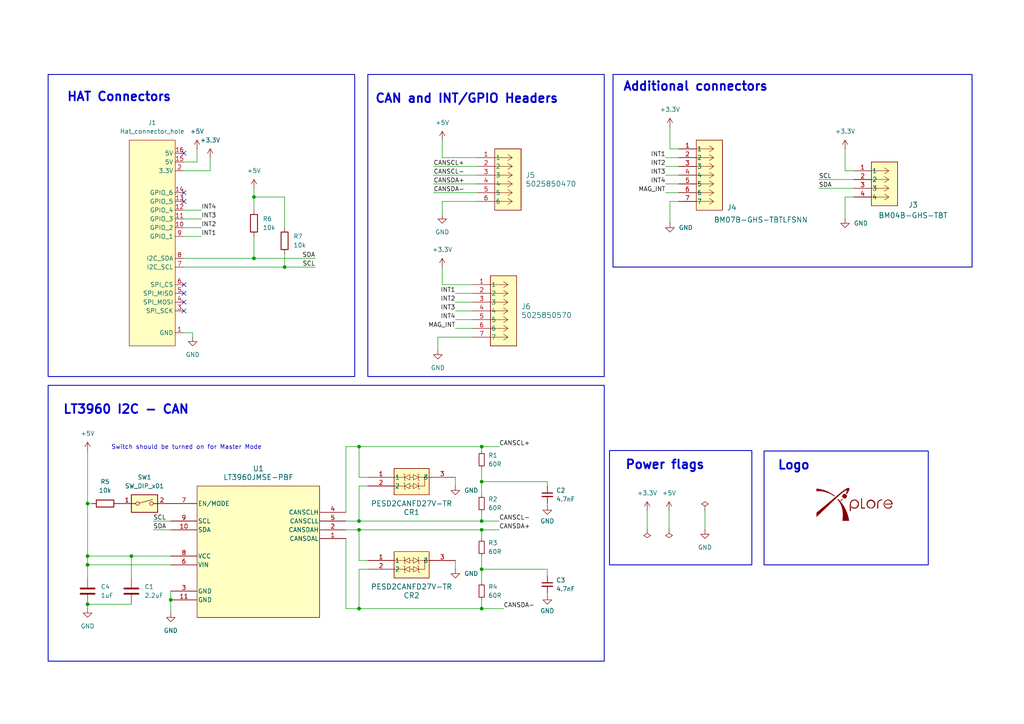
<source format=kicad_sch>
(kicad_sch (version 20231120) (generator "eeschema") (generator_version "8.0")
  (paper "A4")
  (lib_symbols
    (symbol "0_connectors:Hat_connector_hole"
      (property "Reference" "J1" (at -2.8575 33.02 0))
      (property "Value" "Hat_connector_hole" (at -2.8575 30.48 0))
      (symbol "Hat_connector_hole_0_0"
        (pin power_in line (at 6.35 -27.94 180) (length 2.54) (name "GND") (number "1"))
        (pin bidirectional line (at 6.35 2.54 180) (length 2.54) (name "GPIO_2") (number "10"))
        (pin bidirectional line (at 6.35 5.08 180) (length 2.54) (name "GPIO_3") (number "11"))
        (pin bidirectional line (at 6.35 7.62 180) (length 2.54) (name "GPIO_4") (number "12"))
        (pin bidirectional line (at 6.35 10.16 180) (length 2.54) (name "GPIO_5") (number "13"))
        (pin bidirectional line (at 6.35 12.7 180) (length 2.54) (name "GPIO_6") (number "14"))
        (pin power_in line (at 6.35 21.59 180) (length 2.54) (name "5V") (number "15"))
        (pin power_in line (at 6.35 24.13 180) (length 2.54) (name "5V") (number "16"))
        (pin power_in line (at 6.35 19.05 180) (length 2.54) (name "3.3V") (number "2"))
        (pin output line (at 6.35 -21.59 180) (length 2.54) (name "SPI_SCK") (number "3"))
        (pin output line (at 6.35 -19.05 180) (length 2.54) (name "SPI_MOSI") (number "4"))
        (pin input line (at 6.35 -16.51 180) (length 2.54) (name "SPI_MISO") (number "5"))
        (pin output line (at 6.35 -13.97 180) (length 2.54) (name "SPI_CS") (number "6"))
        (pin output line (at 6.35 -8.89 180) (length 2.54) (name "I2C_SCL") (number "7"))
        (pin bidirectional line (at 6.35 -6.35 180) (length 2.54) (name "I2C_SDA") (number "8"))
        (pin bidirectional line (at 6.35 0 180) (length 2.54) (name "GPIO_1") (number "9"))
      )
    )
    (symbol "0_graphic:Xplore_Logo" (pin_numbers hide) (pin_names (offset 0) hide) (in_bom no))
    (symbol "502585470:5025850470" (pin_names (offset 0.254))
      (property "Reference" "J5" (at 13.97 -5.0799 0))
      (property "Value" "5025850470" (at 13.97 -7.6199 0))
      (symbol "5025850470_1_1"
        (pin unspecified line (at 0 0 0) (length 5.08) (name "1") (number "1"))
        (pin unspecified line (at 0 -2.54 0) (length 5.08) (name "2") (number "2"))
        (pin unspecified line (at 0 -5.08 0) (length 5.08) (name "3") (number "3"))
        (pin unspecified line (at 0 -7.62 0) (length 5.08) (name "4") (number "4"))
        (pin unspecified line (at 0 -10.16 0) (length 5.08) (name "5") (number "5"))
        (pin unspecified line (at 0 -12.7 0) (length 5.08) (name "6") (number "6"))
      )
      (symbol "5025850470_1_2"
        (pin unspecified line (at 0 0 0) (length 5.08) (name "1") (number "1"))
        (pin unspecified line (at 0 -2.54 0) (length 5.08) (name "2") (number "2"))
        (pin unspecified line (at 0 -5.08 0) (length 5.08) (name "3") (number "3"))
        (pin unspecified line (at 0 -7.62 0) (length 5.08) (name "4") (number "4"))
        (pin unspecified line (at 0 -10.16 0) (length 5.08) (name "5") (number "5"))
        (pin unspecified line (at 0 -12.7 0) (length 5.08) (name "6") (number "6"))
      )
    )
    (symbol "502585570:5025850570" (pin_names (offset 0.254))
      (property "Reference" "J6" (at 13.97 -6.3499 0))
      (property "Value" "5025850570" (at 13.97 -8.8899 0))
      (symbol "5025850570_1_1"
        (pin unspecified line (at 0 0 0) (length 5.08) (name "1") (number "1"))
        (pin unspecified line (at 0 -2.54 0) (length 5.08) (name "2") (number "2"))
        (pin unspecified line (at 0 -5.08 0) (length 5.08) (name "3") (number "3"))
        (pin unspecified line (at 0 -7.62 0) (length 5.08) (name "4") (number "4"))
        (pin unspecified line (at 0 -10.16 0) (length 5.08) (name "5") (number "5"))
        (pin unspecified line (at 0 -12.7 0) (length 5.08) (name "6") (number "6"))
        (pin unspecified line (at 0 -15.24 0) (length 5.08) (name "7") (number "7"))
      )
      (symbol "5025850570_1_2"
        (pin unspecified line (at 0 0 0) (length 5.08) (name "1") (number "1"))
        (pin unspecified line (at 0 -2.54 0) (length 5.08) (name "2") (number "2"))
        (pin unspecified line (at 0 -5.08 0) (length 5.08) (name "3") (number "3"))
        (pin unspecified line (at 0 -7.62 0) (length 5.08) (name "4") (number "4"))
        (pin unspecified line (at 0 -10.16 0) (length 5.08) (name "5") (number "5"))
        (pin unspecified line (at 0 -12.7 0) (length 5.08) (name "6") (number "6"))
        (pin unspecified line (at 0 -15.24 0) (length 5.08) (name "7") (number "7"))
      )
    )
    (symbol "BM04B-GHS-TBT_1" (pin_names (offset 0.254))
      (property "Reference" "J4" (at 7.6199 3.81 90))
      (property "Value" "BM04B-GHS-TBT" (at 14.732 -10.922 90))
      (symbol "BM04B-GHS-TBT_1_1_1"
        (pin unspecified line (at 0 0 0) (length 5.08) (name "1") (number "1"))
        (pin unspecified line (at 0 -2.54 0) (length 5.08) (name "2") (number "2"))
        (pin unspecified line (at 0 -5.08 0) (length 5.08) (name "3") (number "3"))
        (pin unspecified line (at 0 -7.62 0) (length 5.08) (name "4") (number "4"))
      )
      (symbol "BM04B-GHS-TBT_1_1_2"
        (pin unspecified line (at 0 0 0) (length 5.08) (name "1") (number "1"))
        (pin unspecified line (at 0 -2.54 0) (length 5.08) (name "2") (number "2"))
        (pin unspecified line (at 0 -5.08 0) (length 5.08) (name "3") (number "3"))
        (pin unspecified line (at 0 -7.62 0) (length 5.08) (name "4") (number "4"))
      )
    )
    (symbol "BM07B-GHS-TBT:BM07B-GHS-TBTLFSNN" (pin_names (offset 0.254))
      (property "Reference" "J4" (at 14.732 -18.542 0))
      (property "Value" "BM07B-GHS-TBTLFSNN" (at 14.732 -21.082 0))
      (symbol "BM07B-GHS-TBTLFSNN_1_1"
        (pin unspecified line (at 0 0 0) (length 5.08) (name "1") (number "1"))
        (pin unspecified line (at 0 -2.54 0) (length 5.08) (name "2") (number "2"))
        (pin unspecified line (at 0 -5.08 0) (length 5.08) (name "3") (number "3"))
        (pin unspecified line (at 0 -7.62 0) (length 5.08) (name "4") (number "4"))
        (pin unspecified line (at 0 -10.16 0) (length 5.08) (name "5") (number "5"))
        (pin unspecified line (at 0 -12.7 0) (length 5.08) (name "6") (number "6"))
        (pin unspecified line (at 0 -15.24 0) (length 5.08) (name "7") (number "7"))
      )
      (symbol "BM07B-GHS-TBTLFSNN_1_2"
        (pin unspecified line (at 0 0 0) (length 5.08) (name "1") (number "1"))
        (pin unspecified line (at 0 -2.54 0) (length 5.08) (name "2") (number "2"))
        (pin unspecified line (at 0 -5.08 0) (length 5.08) (name "3") (number "3"))
        (pin unspecified line (at 0 -7.62 0) (length 5.08) (name "4") (number "4"))
        (pin unspecified line (at 0 -10.16 0) (length 5.08) (name "5") (number "5"))
        (pin unspecified line (at 0 -12.7 0) (length 5.08) (name "6") (number "6"))
        (pin unspecified line (at 0 -15.24 0) (length 5.08) (name "7") (number "7"))
      )
    )
    (symbol "Device:C" (pin_numbers hide) (pin_names (offset 0.254))
      (property "Reference" "C" (at 0.635 2.54 0))
      (property "Value" "C" (at 0.635 -2.54 0))
      (symbol "C_1_1"
        (pin passive line (at 0 3.81 270) (length 2.794) (name "~") (number "1"))
        (pin passive line (at 0 -3.81 90) (length 2.794) (name "~") (number "2"))
      )
    )
    (symbol "Device:C_Small" (pin_numbers hide) (pin_names (offset 0.254) hide)
      (property "Reference" "C" (at 0.254 1.778 0))
      (property "Value" "C_Small" (at 0.254 -2.032 0))
      (symbol "C_Small_1_1"
        (pin passive line (at 0 2.54 270) (length 2.032) (name "~") (number "1"))
        (pin passive line (at 0 -2.54 90) (length 2.032) (name "~") (number "2"))
      )
    )
    (symbol "Device:R" (pin_numbers hide) (pin_names (offset 0))
      (property "Reference" "R" (at 2.032 0 90))
      (property "Value" "R" (at 0 0 90))
      (symbol "R_1_1"
        (pin passive line (at 0 3.81 270) (length 1.27) (name "~") (number "1"))
        (pin passive line (at 0 -3.81 90) (length 1.27) (name "~") (number "2"))
      )
    )
    (symbol "Device:R_Small" (pin_numbers hide) (pin_names (offset 0.254) hide)
      (property "Reference" "R" (at 0.762 0.508 0))
      (property "Value" "R_Small" (at 0.762 -1.016 0))
      (symbol "R_Small_1_1"
        (pin passive line (at 0 2.54 270) (length 0.762) (name "~") (number "1"))
        (pin passive line (at 0 -2.54 90) (length 0.762) (name "~") (number "2"))
      )
    )
    (symbol "I2C-CAN Bridge:LT3960JMSE-PBF" (pin_names (offset 0.254))
      (property "Reference" "U3" (at 25.4 10.16 0))
      (property "Value" "LT3960JMSE-PBF" (at 25.4 7.62 0))
      (symbol "LT3960JMSE-PBF_0_1"
        (pin bidirectional line (at 50.8 -10.16 180) (length 7.62) (name "CANSDAL") (number "1"))
        (pin bidirectional line (at 0 -7.62 0) (length 7.62) (name "SDA") (number "10"))
        (pin power_out line (at 0 -27.94 0) (length 7.62) (name "GND") (number "11"))
        (pin bidirectional line (at 50.8 -7.62 180) (length 7.62) (name "CANSDAH") (number "2"))
        (pin power_out line (at 0 -25.4 0) (length 7.62) (name "GND") (number "3"))
        (pin bidirectional line (at 50.8 -2.54 180) (length 7.62) (name "CANSCLH") (number "4"))
        (pin bidirectional line (at 50.8 -5.08 180) (length 7.62) (name "CANSCLL") (number "5"))
        (pin power_in line (at 0 -17.78 0) (length 7.62) (name "VIN") (number "6"))
        (pin input line (at 0 0 0) (length 7.62) (name "EN/MODE") (number "7"))
        (pin power_in line (at 0 -15.24 0) (length 7.62) (name "VCC") (number "8"))
        (pin bidirectional line (at 0 -5.08 0) (length 7.62) (name "SCL") (number "9"))
      )
    )
    (symbol "PESD2CANFD27V-TR_1" (pin_names (offset 0.254))
      (property "Reference" "CR1" (at 12.7 -10.16 0))
      (property "Value" "PESD2CANFD27V-TR" (at 12.7 -7.62 0))
      (symbol "PESD2CANFD27V-TR_1_0_1"
        (pin unspecified line (at 0 0 0) (length 7.62) (name "1") (number "1"))
        (pin unspecified line (at 0 -2.54 0) (length 7.62) (name "2") (number "2"))
        (pin unspecified line (at 25.4 0 180) (length 7.62) (name "3") (number "3"))
      )
    )
    (symbol "Switch:SW_DIP_x01" (pin_names (offset 0) hide)
      (property "Reference" "SW" (at 0 3.81 0))
      (property "Value" "SW_DIP_x01" (at 0 -3.81 0))
      (symbol "SW_DIP_x01_1_1"
        (pin passive line (at -7.62 0 0) (length 5.08) (name "~") (number "1"))
        (pin passive line (at 7.62 0 180) (length 5.08) (name "~") (number "2"))
      )
    )
    (symbol "power:+3.3V" (power) (pin_numbers hide) (pin_names (offset 0) hide)
      (property "Value" "+3.3V" (at 0 3.556 0))
      (symbol "+3.3V_1_1"
        (pin power_in line (at 0 0 90) (length 0) (name "~") (number "1"))
      )
    )
    (symbol "power:+5V" (power) (pin_numbers hide) (pin_names (offset 0) hide)
      (property "Value" "+5V" (at 0 3.556 0))
      (symbol "+5V_1_1"
        (pin power_in line (at 0 0 90) (length 0) (name "~") (number "1"))
      )
    )
    (symbol "power:GND" (power) (pin_numbers hide) (pin_names (offset 0) hide)
      (property "Value" "GND" (at 0 -3.81 0))
      (symbol "GND_1_1"
        (pin power_in line (at 0 0 270) (length 0) (name "~") (number "1"))
      )
    )
    (symbol "power:PWR_FLAG" (power) (pin_numbers hide) (pin_names (offset 0) hide)
      (property "Value" "PWR_FLAG" (at 0 3.81 0))
      (symbol "PWR_FLAG_0_0"
        (pin power_out line (at 0 0 90) (length 0) (name "pwr") (number "1"))
      )
    )
  )
  (junction (at 139.7 139.7))
  (junction (at 38.1 161.29))
  (junction (at 139.7 153.67))
  (junction (at 49.53 173.99))
  (junction (at 73.66 57.15))
  (junction (at 104.14 176.53))
  (junction (at 73.66 74.93))
  (junction (at 139.7 176.53))
  (junction (at 25.4 175.26))
  (junction (at 139.7 165.1))
  (junction (at 25.4 146.05))
  (junction (at 25.4 163.83))
  (junction (at 139.7 129.54))
  (junction (at 25.4 161.29))
  (junction (at 104.14 151.13))
  (junction (at 82.55 77.47))
  (junction (at 104.14 153.67))
  (junction (at 139.7 151.13))
  (junction (at 104.14 129.54))
  (no_connect (at 53.34 82.55))
  (no_connect (at 53.34 90.17))
  (no_connect (at 53.34 58.42))
  (no_connect (at 53.34 87.63))
  (no_connect (at 53.34 85.09))
  (no_connect (at 53.34 44.45))
  (no_connect (at 53.34 55.88))
  (wire (pts (xy 128.27 82.55) (xy 137.16 82.55)))
  (wire (pts (xy 53.34 60.96) (xy 58.42 60.96)))
  (wire (pts (xy 139.7 135.89) (xy 139.7 139.7)))
  (wire (pts (xy 132.08 162.56) (xy 132.08 165.1)))
  (wire (pts (xy 128.27 77.47) (xy 128.27 82.55)))
  (wire (pts (xy 139.7 161.29) (xy 139.7 165.1)))
  (wire (pts (xy 25.4 161.29) (xy 38.1 161.29)))
  (wire (pts (xy 73.66 74.93) (xy 91.44 74.93)))
  (wire (pts (xy 204.47 148.082) (xy 204.47 153.67)))
  (wire (pts (xy 194.056 148.082) (xy 194.056 153.416)))
  (wire (pts (xy 158.75 165.1) (xy 158.75 167.005)))
  (wire (pts (xy 73.66 57.15) (xy 82.55 57.15)))
  (wire (pts (xy 138.43 45.72) (xy 128.27 45.72)))
  (wire (pts (xy 104.14 129.54) (xy 139.7 129.54)))
  (wire (pts (xy 193.04 53.34) (xy 196.85 53.34)))
  (wire (pts (xy 139.7 153.67) (xy 139.7 156.21)))
  (wire (pts (xy 82.55 77.47) (xy 82.55 73.66)))
  (wire (pts (xy 132.08 95.25) (xy 137.16 95.25)))
  (wire (pts (xy 125.73 53.34) (xy 138.43 53.34)))
  (wire (pts (xy 139.7 165.1) (xy 139.7 168.91)))
  (wire (pts (xy 132.08 90.17) (xy 137.16 90.17)))
  (wire (pts (xy 25.4 146.05) (xy 25.4 161.29)))
  (wire (pts (xy 132.08 87.63) (xy 137.16 87.63)))
  (wire (pts (xy 125.73 48.26) (xy 138.43 48.26)))
  (wire (pts (xy 106.68 140.97) (xy 104.14 140.97)))
  (wire (pts (xy 132.08 85.09) (xy 137.16 85.09)))
  (wire (pts (xy 100.33 176.53) (xy 104.14 176.53)))
  (wire (pts (xy 53.34 49.53) (xy 60.96 49.53)))
  (wire (pts (xy 158.75 146.05) (xy 158.75 146.685)))
  (wire (pts (xy 247.65 57.15) (xy 245.11 57.15)))
  (wire (pts (xy 55.88 96.52) (xy 55.88 97.79)))
  (wire (pts (xy 106.68 165.1) (xy 104.14 165.1)))
  (wire (pts (xy 100.33 176.53) (xy 100.33 156.21)))
  (wire (pts (xy 158.75 139.7) (xy 158.75 140.97)))
  (wire (pts (xy 53.34 66.04) (xy 58.42 66.04)))
  (wire (pts (xy 44.45 153.67) (xy 49.53 153.67)))
  (wire (pts (xy 193.04 48.26) (xy 196.85 48.26)))
  (wire (pts (xy 237.49 52.07) (xy 247.65 52.07)))
  (wire (pts (xy 132.08 138.43) (xy 132.08 140.97)))
  (wire (pts (xy 100.33 129.54) (xy 104.14 129.54)))
  (wire (pts (xy 49.53 173.99) (xy 49.53 177.8)))
  (wire (pts (xy 137.16 97.79) (xy 127 97.79)))
  (wire (pts (xy 53.34 77.47) (xy 82.55 77.47)))
  (wire (pts (xy 158.75 172.085) (xy 158.75 172.72)))
  (wire (pts (xy 193.04 45.72) (xy 196.85 45.72)))
  (wire (pts (xy 82.55 66.04) (xy 82.55 57.15)))
  (wire (pts (xy 127 97.79) (xy 127 101.6)))
  (wire (pts (xy 139.7 151.13) (xy 144.78 151.13)))
  (wire (pts (xy 60.96 49.53) (xy 60.96 45.72)))
  (wire (pts (xy 44.45 151.13) (xy 49.53 151.13)))
  (wire (pts (xy 193.04 55.88) (xy 196.85 55.88)))
  (wire (pts (xy 49.53 171.45) (xy 49.53 173.99)))
  (wire (pts (xy 100.33 153.67) (xy 104.14 153.67)))
  (wire (pts (xy 53.34 96.52) (xy 55.88 96.52)))
  (wire (pts (xy 106.68 162.56) (xy 104.14 162.56)))
  (wire (pts (xy 139.7 139.7) (xy 139.7 143.51)))
  (wire (pts (xy 245.11 43.18) (xy 245.11 49.53)))
  (wire (pts (xy 104.14 165.1) (xy 104.14 176.53)))
  (wire (pts (xy 100.33 129.54) (xy 100.33 148.59)))
  (wire (pts (xy 187.706 148.082) (xy 187.706 153.416)))
  (wire (pts (xy 25.4 146.05) (xy 26.67 146.05)))
  (wire (pts (xy 128.27 40.64) (xy 128.27 45.72)))
  (wire (pts (xy 139.7 153.67) (xy 144.78 153.67)))
  (wire (pts (xy 104.14 151.13) (xy 139.7 151.13)))
  (wire (pts (xy 53.34 68.58) (xy 58.42 68.58)))
  (wire (pts (xy 196.85 58.42) (xy 194.31 58.42)))
  (wire (pts (xy 138.43 58.42) (xy 128.27 58.42)))
  (wire (pts (xy 139.7 129.54) (xy 144.78 129.54)))
  (wire (pts (xy 139.7 139.7) (xy 158.75 139.7)))
  (wire (pts (xy 104.14 140.97) (xy 104.14 151.13)))
  (wire (pts (xy 38.1 161.29) (xy 49.53 161.29)))
  (wire (pts (xy 57.15 46.99) (xy 57.15 43.18)))
  (wire (pts (xy 25.4 161.29) (xy 25.4 163.83)))
  (wire (pts (xy 73.66 68.58) (xy 73.66 74.93)))
  (wire (pts (xy 132.08 92.71) (xy 137.16 92.71)))
  (wire (pts (xy 104.14 153.67) (xy 104.14 162.56)))
  (wire (pts (xy 139.7 176.53) (xy 146.05 176.53)))
  (wire (pts (xy 196.85 43.18) (xy 194.31 43.18)))
  (wire (pts (xy 25.4 175.26) (xy 38.1 175.26)))
  (wire (pts (xy 25.4 167.64) (xy 25.4 163.83)))
  (wire (pts (xy 139.7 173.99) (xy 139.7 176.53)))
  (wire (pts (xy 194.31 58.42) (xy 194.31 64.77)))
  (wire (pts (xy 106.68 138.43) (xy 104.14 138.43)))
  (wire (pts (xy 237.49 54.61) (xy 247.65 54.61)))
  (wire (pts (xy 25.4 176.53) (xy 25.4 175.26)))
  (wire (pts (xy 245.11 57.15) (xy 245.11 63.5)))
  (wire (pts (xy 100.33 151.13) (xy 104.14 151.13)))
  (wire (pts (xy 104.14 153.67) (xy 139.7 153.67)))
  (wire (pts (xy 73.66 54.61) (xy 73.66 57.15)))
  (wire (pts (xy 38.1 167.64) (xy 38.1 161.29)))
  (wire (pts (xy 53.34 63.5) (xy 58.42 63.5)))
  (wire (pts (xy 82.55 77.47) (xy 91.44 77.47)))
  (wire (pts (xy 104.14 129.54) (xy 104.14 138.43)))
  (wire (pts (xy 53.34 46.99) (xy 57.15 46.99)))
  (wire (pts (xy 104.14 176.53) (xy 139.7 176.53)))
  (wire (pts (xy 25.4 163.83) (xy 49.53 163.83)))
  (wire (pts (xy 139.7 148.59) (xy 139.7 151.13)))
  (wire (pts (xy 247.65 49.53) (xy 245.11 49.53)))
  (wire (pts (xy 139.7 130.81) (xy 139.7 129.54)))
  (wire (pts (xy 25.4 130.81) (xy 25.4 146.05)))
  (wire (pts (xy 125.73 55.88) (xy 138.43 55.88)))
  (wire (pts (xy 193.04 50.8) (xy 196.85 50.8)))
  (wire (pts (xy 128.27 58.42) (xy 128.27 62.23)))
  (wire (pts (xy 139.7 165.1) (xy 158.75 165.1)))
  (wire (pts (xy 194.31 36.83) (xy 194.31 43.18)))
  (wire (pts (xy 125.73 50.8) (xy 138.43 50.8)))
  (wire (pts (xy 53.34 74.93) (xy 73.66 74.93)))
  (wire (pts (xy 73.66 57.15) (xy 73.66 60.96)))
  (rectangle (start 106.68 21.59) (end 175.26 109.22) (stroke (width 0.254)))
  (rectangle (start 13.97 111.76) (end 175.26 191.77) (stroke (width 0.254)))
  (rectangle (start 177.8 21.59) (end 281.94 77.47) (stroke (width 0.254)))
  (rectangle (start 221.615 130.81) (end 269.24 163.83) (stroke (width 0.254)))
  (rectangle (start 13.97 21.59) (end 102.87 109.22) (stroke (width 0.254)))
  (rectangle (start 176.784 130.683) (end 218.059 163.83) (stroke (width 0.254)))
  (text "Switch should be turned on for Master Mode\n" (at 54.102 129.794 0) (effects (font (size 1.27 1.27))))
  (text "HAT Connectors\n" (at 34.544 28.194 0) (effects (font (size 2.54 2.54) (thickness 0.508) (bold yes))))
  (text "Additional connectors\n" (at 180.594 26.67 0) (effects (font (size 2.54 2.54) (thickness 0.508) (bold yes)) (justify left bottom)))
  (text "LT3960 I2C - CAN\n" (at 36.576 118.872 0) (effects (font (size 2.54 2.54) (thickness 0.508) (bold yes))))
  (text "Power flags" (at 181.229 136.398 0) (effects (font (size 2.54 2.54) (thickness 0.508) (bold yes)) (justify left bottom)))
  (text "CAN and INT/GPIO Headers" (at 135.382 28.702 0) (effects (font (size 2.54 2.54) (thickness 0.508) (bold yes))))
  (text "Logo" (at 225.425 136.525 0) (effects (font (size 2.54 2.54) (thickness 0.508) (bold yes)) (justify left bottom)))
  (label "INT2" (at 193.04 48.26 180))
  (label "INT3" (at 58.42 63.5 0))
  (label "SDA" (at 237.49 54.61 0))
  (label "MAG_INT" (at 193.04 55.88 180))
  (label "CANSDA+" (at 144.78 153.67 0))
  (label "CANSCL+" (at 125.73 48.26 0))
  (label "INT2" (at 132.08 87.63 180))
  (label "INT1" (at 193.04 45.72 180))
  (label "INT2" (at 58.42 66.04 0))
  (label "CANSDA-" (at 146.05 176.53 0))
  (label "CANSDA-" (at 125.73 55.88 0))
  (label "SCL" (at 44.45 151.13 0))
  (label "SCL" (at 91.44 77.47 180))
  (label "SDA" (at 91.44 74.93 180))
  (label "SDA" (at 44.45 153.67 0))
  (label "INT1" (at 58.42 68.58 0))
  (label "INT4" (at 193.04 53.34 180))
  (label "CANSDA+" (at 125.73 53.34 0))
  (label "CANSCL-" (at 125.73 50.8 0))
  (label "SCL" (at 237.49 52.07 0))
  (label "CANSCL+" (at 144.78 129.54 0))
  (label "INT3" (at 132.08 90.17 180))
  (label "INT1" (at 132.08 85.09 180))
  (label "MAG_INT" (at 132.08 95.25 180))
  (label "INT3" (at 193.04 50.8 180))
  (label "INT4" (at 58.42 60.96 0))
  (label "CANSCL-" (at 144.78 151.13 0))
  (label "INT4" (at 132.08 92.71 180))
  (symbol (lib_id "I2C-CAN Bridge:LT3960JMSE-PBF") (at 49.53 146.05 0) (unit 1)
    (property "Reference" "U1" (at 74.93 135.89 0) (effects (font (size 1.524 1.524))))
    (property "Value" "LT3960JMSE-PBF" (at 74.93 138.43 0) (effects (font (size 1.524 1.524))))
    (property "Footprint" "IMU Library:LT3960" (effects (hide yes)))
    (property "Datasheet" "LT3960JMSE-PBF" (effects (hide yes)))
  )
  (symbol (lib_id "power:GND") (at 194.31 64.77 0) (unit 1)
    (property "Reference" "#PWR014" (effects (hide yes)))
    (property "Value" "GND" (at 196.85 66.0399 0) (effects (justify left)))
    (property "Description" "Power symbol creates a global label with name \"GND\" , ground" (effects (hide yes)))
  )
  (symbol (lib_id "Device:R_Small") (at 139.7 146.05 0) (unit 1)
    (property "Reference" "R2" (at 141.605 144.7799 0) (effects (justify left)))
    (property "Value" "60R" (at 141.605 147.3199 0) (effects (justify left)))
    (property "Footprint" "Resistor_SMD:R_0603_1608Metric" (effects (hide yes)))
    (property "Datasheet" "https://www.vishay.com/docs/20043/crcwhpe3.pdf" (effects (hide yes)))
    (property "Manufacturer ref" "CRCW060360R4FKEAHP" (effects (hide yes)))
    (property "Mouser ref" "71-CRCW060360R4FKEAH" (effects (hide yes)))
  )
  (symbol (lib_id "0_connectors:Hat_connector_hole") (at 46.99 68.58 0) (unit 1)
    (property "Reference" "J1" (at 44.1325 35.56 0))
    (property "Value" "Hat_connector_hole" (at 44.1325 38.1 0))
    (property "Footprint" "0_connectors:Hat_connector_hole" (effects (hide yes)))
  )
  (symbol (lib_id "power:+5V") (at 194.056 148.082 0) (unit 1)
    (property "Reference" "#PWR09" (effects (hide yes)))
    (property "Value" "+5V" (at 194.056 143.002 0))
    (property "Description" "Power symbol creates a global label with name \"+5V\"" (effects (hide yes)))
  )
  (symbol (lib_id "power:GND") (at 55.88 97.79 0) (unit 1)
    (property "Reference" "#PWR08" (effects (hide yes)))
    (property "Value" "GND" (at 55.88 102.87 0))
    (property "Description" "Power symbol creates a global label with name \"GND\" , ground" (effects (hide yes)))
  )
  (symbol (lib_id "power:+3.3V") (at 60.96 45.72 0) (unit 1)
    (property "Reference" "#PWR016" (effects (hide yes)))
    (property "Value" "+3.3V" (at 60.96 40.64 0))
    (property "Description" "Power symbol creates a global label with name \"+3.3V\"" (effects (hide yes)))
  )
  (symbol (lib_id "Device:R") (at 82.55 69.85 0) (unit 1)
    (property "Reference" "R7" (at 85.09 68.5799 0) (effects (justify left)))
    (property "Value" "10k" (at 85.09 71.1199 0) (effects (justify left)))
    (property "Description" "Resistor" (effects (hide yes)))
  )
  (symbol (lib_id "power:GND") (at 204.47 153.67 0) (unit 1)
    (property "Reference" "#PWR010" (effects (hide yes)))
    (property "Value" "GND" (at 204.47 158.75 0))
  )
  (symbol (lib_id "Device:R_Small") (at 139.7 171.45 0) (unit 1)
    (property "Reference" "R4" (at 141.605 170.1799 0) (effects (justify left)))
    (property "Value" "60R" (at 141.605 172.72 0) (effects (justify left)))
    (property "Footprint" "Resistor_SMD:R_0603_1608Metric" (effects (hide yes)))
    (property "Datasheet" "https://www.vishay.com/docs/20043/crcwhpe3.pdf" (effects (hide yes)))
    (property "Manufacturer ref" "CRCW060360R4FKEAHP" (effects (hide yes)))
    (property "Mouser ref" "71-CRCW060360R4FKEAH" (effects (hide yes)))
  )
  (symbol (lib_name "PESD2CANFD27V-TR_1") (lib_id "PESD2CAN27v:PESD2CANFD27V-TR") (at 106.68 138.43 0) (unit 1)
    (property "Reference" "CR1" (at 119.38 148.59 0) (effects (font (size 1.524 1.524))))
    (property "Value" "PESD2CANFD27V-TR" (at 119.38 146.05 0) (effects (font (size 1.524 1.524))))
    (property "Footprint" "IMU Library:SOT23_PESD2_NEX" (effects (hide yes)))
    (property "Datasheet" "PESD2CANFD27V-TR" (effects (hide yes)))
  )
  (symbol (lib_id "power:+3.3V") (at 128.27 77.47 0) (unit 1)
    (property "Reference" "#PWR022" (effects (hide yes)))
    (property "Value" "+3.3V" (at 128.27 72.39 0))
    (property "Description" "Power symbol creates a global label with name \"+3.3V\"" (effects (hide yes)))
  )
  (symbol (lib_id "Device:C") (at 38.1 171.45 0) (unit 1)
    (property "Reference" "C1" (at 41.91 170.1799 0) (effects (justify left)))
    (property "Value" "2.2uF" (at 41.91 172.7199 0) (effects (justify left)))
    (property "Description" "Unpolarized capacitor" (effects (hide yes)))
  )
  (symbol (lib_name "BM04B-GHS-TBT_1") (lib_id "BM04B:BM04B-GHS-TBT") (at 247.65 49.53 0) (unit 1)
    (property "Reference" "J3" (at 263.398 59.436 0) (effects (font (size 1.524 1.524)) (justify left)))
    (property "Value" "BM04B-GHS-TBT" (at 254.762 62.484 0) (effects (font (size 1.524 1.524)) (justify left)))
    (property "Footprint" "IMU Library:CONN_BM04B-GHS-TBT_JST" (effects (hide yes)))
    (property "Datasheet" "BM04B-GHS-TBT" (effects (hide yes)))
  )
  (symbol (lib_id "power:GND") (at 127 101.6 0) (unit 1)
    (property "Reference" "#PWR012" (effects (hide yes)))
    (property "Value" "GND" (at 127 106.68 0))
    (property "Description" "Power symbol creates a global label with name \"GND\" , ground" (effects (hide yes)))
  )
  (symbol (lib_id "power:+3.3V") (at 194.31 36.83 0) (unit 1)
    (property "Reference" "#PWR013" (effects (hide yes)))
    (property "Value" "+3.3V" (at 194.31 31.75 0))
    (property "Description" "Power symbol creates a global label with name \"+3.3V\"" (effects (hide yes)))
  )
  (symbol (lib_id "power:+3.3V") (at 187.706 148.082 0) (unit 1)
    (property "Reference" "#PWR020" (effects (hide yes)))
    (property "Value" "+3.3V" (at 187.706 143.002 0))
    (property "Description" "Power symbol creates a global label with name \"+3.3V\"" (effects (hide yes)))
  )
  (symbol (lib_id "power:GND") (at 158.75 172.72 0) (unit 1)
    (property "Reference" "#PWR05" (effects (hide yes)))
    (property "Value" "GND" (at 158.75 177.165 0))
  )
  (symbol (lib_id "power:PWR_FLAG") (at 204.47 148.082 0) (unit 1)
    (property "Reference" "#FLG02" (effects (hide yes)))
    (property "Value" "PWR_FLAG" (effects (hide yes)))
  )
  (symbol (lib_id "power:GND") (at 25.4 176.53 0) (unit 1)
    (property "Reference" "#PWR02" (effects (hide yes)))
    (property "Value" "GND" (at 25.4 181.61 0))
    (property "Description" "Power symbol creates a global label with name \"GND\" , ground" (effects (hide yes)))
  )
  (symbol (lib_id "power:GND") (at 132.08 140.97 0) (unit 1)
    (property "Reference" "#PWR017" (effects (hide yes)))
    (property "Value" "GND" (at 134.62 142.2399 0) (effects (justify left)))
    (property "Description" "Power symbol creates a global label with name \"GND\" , ground" (effects (hide yes)))
  )
  (symbol (lib_id "Device:C_Small") (at 158.75 169.545 0) (unit 1)
    (property "Reference" "C3" (at 161.29 168.275 0) (effects (justify left)))
    (property "Value" "4.7nF" (at 161.29 170.815 0) (effects (justify left)))
    (property "Footprint" "Capacitor_SMD:C_0402_1005Metric" (effects (hide yes)))
    (property "Datasheet" "https://www.mouser.ch/datasheet/2/40/cx5r_KGM-3223198.pdf" (effects (hide yes)))
    (property "Mouser ref" "581-0402YD475MAT2A" (effects (hide yes)))
    (property "Manufacturer ref" "0402YD475MAT2A" (effects (hide yes)))
  )
  (symbol (lib_id "502585570:5025850570") (at 137.16 82.55 0) (unit 1)
    (property "Reference" "J6" (at 151.13 88.8999 0) (effects (font (size 1.524 1.524)) (justify left)))
    (property "Value" "5025850570" (at 151.13 91.4399 0) (effects (font (size 1.524 1.524)) (justify left)))
    (property "Footprint" "CON_5025850570" (effects (hide yes)))
    (property "Datasheet" "5025850570" (effects (hide yes)))
  )
  (symbol (lib_id "power:PWR_FLAG") (at 187.706 153.416 180) (unit 1)
    (property "Reference" "#FLG03" (effects (hide yes)))
    (property "Value" "PWR_FLAG" (effects (hide yes)))
  )
  (symbol (lib_id "Device:R") (at 30.48 146.05 90) (unit 1)
    (property "Reference" "R5" (at 30.48 139.7 90))
    (property "Value" "10k" (at 30.48 142.24 90))
    (property "Description" "Resistor" (effects (hide yes)))
  )
  (symbol (lib_id "power:GND") (at 132.08 165.1 0) (unit 1)
    (property "Reference" "#PWR018" (effects (hide yes)))
    (property "Value" "GND" (at 134.62 166.3699 0) (effects (justify left)))
    (property "Description" "Power symbol creates a global label with name \"GND\" , ground" (effects (hide yes)))
  )
  (symbol (lib_id "power:+3.3V") (at 245.11 43.18 0) (unit 1)
    (property "Reference" "#PWR011" (effects (hide yes)))
    (property "Value" "+3.3V" (at 245.11 38.1 0))
    (property "Description" "Power symbol creates a global label with name \"+3.3V\"" (effects (hide yes)))
  )
  (symbol (lib_id "502585470:5025850470") (at 138.43 45.72 0) (unit 1)
    (property "Reference" "J5" (at 152.4 50.7999 0) (effects (font (size 1.524 1.524)) (justify left)))
    (property "Value" "5025850470" (at 152.4 53.3399 0) (effects (font (size 1.524 1.524)) (justify left)))
    (property "Footprint" "CON_5025850470" (effects (hide yes)))
    (property "Datasheet" "5025850470" (effects (hide yes)))
  )
  (symbol (lib_id "Device:C") (at 25.4 171.45 0) (unit 1)
    (property "Reference" "C4" (at 29.21 170.1799 0) (effects (justify left)))
    (property "Value" "1uF" (at 29.21 172.7199 0) (effects (justify left)))
    (property "Description" "Unpolarized capacitor" (effects (hide yes)))
  )
  (symbol (lib_id "Switch:SW_DIP_x01") (at 41.91 146.05 0) (unit 1)
    (property "Reference" "SW1" (at 41.91 138.43 0))
    (property "Value" "SW_DIP_x01" (at 41.91 140.97 0))
    (property "Description" "1x DIP Switch, Single Pole Single Throw (SPST) switch, small symbol" (effects (hide yes)))
  )
  (symbol (lib_id "Device:C_Small") (at 158.75 143.51 0) (unit 1)
    (property "Reference" "C2" (at 161.29 142.24 0) (effects (justify left)))
    (property "Value" "4.7nF" (at 161.29 144.78 0) (effects (justify left)))
    (property "Footprint" "Capacitor_SMD:C_0402_1005Metric" (effects (hide yes)))
    (property "Datasheet" "https://www.mouser.ch/datasheet/2/40/cx5r_KGM-3223198.pdf" (effects (hide yes)))
    (property "Mouser ref" "581-0402YD475MAT2A" (effects (hide yes)))
    (property "Manufacturer ref" "0402YD475MAT2A" (effects (hide yes)))
  )
  (symbol (lib_id "Device:R") (at 73.66 64.77 0) (unit 1)
    (property "Reference" "R6" (at 76.2 63.4999 0) (effects (justify left)))
    (property "Value" "10k" (at 76.2 66.0399 0) (effects (justify left)))
    (property "Description" "Resistor" (effects (hide yes)))
  )
  (symbol (lib_id "0_graphic:Xplore_Logo") (at 247.65 149.86 0) (unit 1) (in_bom no)
    (property "Reference" "G1" (effects (hide yes)))
    (property "Value" "Xplore_Logo" (effects (hide yes)))
    (property "Footprint" "0_graphic:Xplore_Logo_X_only_10mm" (effects (hide yes)))
  )
  (symbol (lib_id "power:+5V") (at 128.27 40.64 0) (unit 1)
    (property "Reference" "#PWR07" (effects (hide yes)))
    (property "Value" "+5V" (at 128.27 35.56 0))
    (property "Description" "Power symbol creates a global label with name \"+5V\"" (effects (hide yes)))
  )
  (symbol (lib_id "power:GND") (at 49.53 177.8 0) (unit 1)
    (property "Reference" "#PWR03" (effects (hide yes)))
    (property "Value" "GND" (at 49.53 182.88 0))
    (property "Description" "Power symbol creates a global label with name \"GND\" , ground" (effects (hide yes)))
  )
  (symbol (lib_id "power:GND") (at 158.75 146.685 0) (unit 1)
    (property "Reference" "#PWR04" (effects (hide yes)))
    (property "Value" "GND" (at 158.75 151.13 0))
  )
  (symbol (lib_id "power:+5V") (at 73.66 54.61 0) (unit 1)
    (property "Reference" "#PWR06" (effects (hide yes)))
    (property "Value" "+5V" (at 73.66 49.53 0))
    (property "Description" "Power symbol creates a global label with name \"+5V\"" (effects (hide yes)))
  )
  (symbol (lib_id "Device:R_Small") (at 139.7 158.75 0) (unit 1)
    (property "Reference" "R3" (at 141.605 157.4799 0) (effects (justify left)))
    (property "Value" "60R" (at 141.605 160.0199 0) (effects (justify left)))
    (property "Footprint" "Resistor_SMD:R_0603_1608Metric" (effects (hide yes)))
    (property "Datasheet" "https://www.vishay.com/docs/20043/crcwhpe3.pdf" (effects (hide yes)))
    (property "Manufacturer ref" "CRCW060360R4FKEAHP" (effects (hide yes)))
    (property "Mouser ref" "71-CRCW060360R4FKEAH" (effects (hide yes)))
  )
  (symbol (lib_id "Device:R_Small") (at 139.7 133.35 0) (unit 1)
    (property "Reference" "R1" (at 141.605 132.0799 0) (effects (justify left)))
    (property "Value" "60R" (at 141.605 134.6199 0) (effects (justify left)))
    (property "Footprint" "Resistor_SMD:R_0603_1608Metric" (effects (hide yes)))
    (property "Datasheet" "https://www.vishay.com/docs/20043/crcwhpe3.pdf" (effects (hide yes)))
    (property "Manufacturer ref" "CRCW060360R4FKEAHP" (effects (hide yes)))
    (property "Mouser ref" "71-CRCW060360R4FKEAH" (effects (hide yes)))
  )
  (symbol (lib_name "PESD2CANFD27V-TR_1") (lib_id "PESD2CAN27v:PESD2CANFD27V-TR") (at 106.68 162.56 0) (unit 1)
    (property "Reference" "CR2" (at 119.38 172.72 0) (effects (font (size 1.524 1.524))))
    (property "Value" "PESD2CANFD27V-TR" (at 119.38 170.18 0) (effects (font (size 1.524 1.524))))
    (property "Footprint" "IMU Library:SOT23_PESD2_NEX" (effects (hide yes)))
    (property "Datasheet" "PESD2CANFD27V-TR" (effects (hide yes)))
  )
  (symbol (lib_id "power:+5V") (at 57.15 43.18 0) (unit 1)
    (property "Reference" "#PWR019" (effects (hide yes)))
    (property "Value" "+5V" (at 57.15 38.1 0))
    (property "Description" "Power symbol creates a global label with name \"+5V\"" (effects (hide yes)))
  )
  (symbol (lib_id "power:GND") (at 245.11 63.5 0) (unit 1)
    (property "Reference" "#PWR015" (effects (hide yes)))
    (property "Value" "GND" (at 247.65 64.7699 0) (effects (justify left)))
    (property "Description" "Power symbol creates a global label with name \"GND\" , ground" (effects (hide yes)))
  )
  (symbol (lib_id "power:+5V") (at 25.4 130.81 0) (unit 1)
    (property "Reference" "#PWR01" (effects (hide yes)))
    (property "Value" "+5V" (at 25.4 125.73 0))
    (property "Description" "Power symbol creates a global label with name \"+5V\"" (effects (hide yes)))
  )
  (symbol (lib_id "BM07B-GHS-TBT:BM07B-GHS-TBTLFSNN") (at 196.85 43.18 0) (unit 1)
    (property "Reference" "J4" (at 210.82 60.198 0) (effects (font (size 1.524 1.524)) (justify left)))
    (property "Value" "BM07B-GHS-TBTLFSNN" (at 207.01 63.754 0) (effects (font (size 1.524 1.524)) (justify left)))
    (property "Footprint" "CONN_BM07B_JST" (effects (hide yes)))
    (property "Datasheet" "BM07B-GHS-TBTLFSNN" (effects (hide yes)))
  )
  (symbol (lib_id "power:PWR_FLAG") (at 194.056 153.416 180) (unit 1)
    (property "Reference" "#FLG01" (effects (hide yes)))
    (property "Value" "PWR_FLAG" (effects (hide yes)))
  )
  (symbol (lib_id "power:GND") (at 128.27 62.23 0) (unit 1)
    (property "Reference" "#PWR021" (effects (hide yes)))
    (property "Value" "GND" (at 128.27 67.31 0))
    (property "Description" "Power symbol creates a global label with name \"GND\" , ground" (effects (hide yes)))
  )
)
</source>
